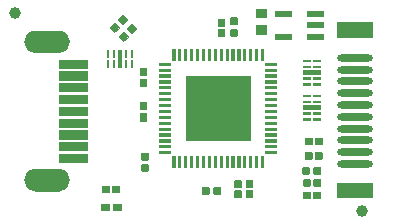
<source format=gtp>
G04 Layer: TopPasteMaskLayer*
G04 EasyEDA Pro v1.8.39, 2022-10-27 11:15:30*
G04 Gerber Generator version 0.3*
G04 Scale: 100 percent, Rotated: No, Reflected: No*
G04 Dimensions in millimeters*
G04 Leading zeros omitted, absolute positions, 3 integers and 3 decimals*
%FSLAX33Y33*%
%MOMM*%
%ADD10C,0.0254*%
%ADD11C,1.00076*%
%ADD12O,2.999999X0.599999*%
G75*


G04 PolygonModel Start*
G36*
G01X18388Y16527D02*
G01X18848Y16527D01*
G01X18888Y16487D01*
G01Y15987D01*
G01X18848Y15947D01*
G01X18388D01*
G01X18348Y15987D01*
G01Y16487D01*
G01X18388Y16527D01*
G37*
G54D10*
G01X18388Y16527D02*
G01X18848Y16527D01*
G01X18888Y16487D01*
G01Y15987D01*
G01X18848Y15947D01*
G01X18388D01*
G01X18348Y15987D01*
G01Y16487D01*
G01X18388Y16527D01*
G36*
G01X18388Y16797D02*
G01X18848Y16797D01*
G01X18888Y16837D01*
G01Y17338D01*
G01X18848Y17378D01*
G01X18388D01*
G01X18348Y17338D01*
G01Y16837D01*
G01X18388Y16797D01*
G37*
G01X18388Y16797D02*
G01X18848Y16797D01*
G01X18888Y16837D01*
G01Y17338D01*
G01X18848Y17378D01*
G01X18388D01*
G01X18348Y17338D01*
G01Y16837D01*
G01X18388Y16797D01*
G36*
G01X4897Y4650D02*
G02X4897Y2851I0J-899D01*
G01X2896D01*
G02Y4650I0J899D01*
G01X4897D01*
G37*
G01X4897Y4650D02*
G02X4897Y2851I0J-899D01*
G01X2896D01*
G02Y4650I0J899D01*
G01X4897D01*
G36*
G01X4897Y16349D02*
G02X4897Y14550I0J-899D01*
G01X2896D01*
G02Y16349I0J899D01*
G01X4897D01*
G37*
G01X4897Y16349D02*
G02X4897Y14550I0J-899D01*
G01X2896D01*
G02Y16349I0J899D01*
G01X4897D01*
G36*
G01X7247Y5950D02*
G01X7247Y5249D01*
G01X4945D01*
G01Y5950D01*
G01X7247D01*
G37*
G01X7247Y5950D02*
G01X7247Y5249D01*
G01X4945D01*
G01Y5950D01*
G01X7247D01*
G36*
G01X7247Y7949D02*
G01X7247Y7251D01*
G01X4945D01*
G01Y7949D01*
G01X7247D01*
G37*
G01X7247Y7949D02*
G01X7247Y7251D01*
G01X4945D01*
G01Y7949D01*
G01X7247D01*
G36*
G01X7247Y9951D02*
G01X7247Y9249D01*
G01X4945D01*
G01Y9951D01*
G01X7247D01*
G37*
G01X7247Y9951D02*
G01X7247Y9249D01*
G01X4945D01*
G01Y9951D01*
G01X7247D01*
G36*
G01X7247Y11950D02*
G01X7247Y11251D01*
G01X4945D01*
G01Y11950D01*
G01X7247D01*
G37*
G01X7247Y11950D02*
G01X7247Y11251D01*
G01X4945D01*
G01Y11950D01*
G01X7247D01*
G36*
G01X7247Y13951D02*
G01X7247Y13250D01*
G01X4945D01*
G01Y13951D01*
G01X7247D01*
G37*
G01X7247Y13951D02*
G01X7247Y13250D01*
G01X4945D01*
G01Y13951D01*
G01X7247D01*
G36*
G01X7247Y12950D02*
G01X7247Y12249D01*
G01X4945D01*
G01Y12950D01*
G01X7247D01*
G37*
G01X7247Y12950D02*
G01X7247Y12249D01*
G01X4945D01*
G01Y12950D01*
G01X7247D01*
G36*
G01X7247Y10949D02*
G01X7247Y10250D01*
G01X4945D01*
G01Y10949D01*
G01X7247D01*
G37*
G01X7247Y10949D02*
G01X7247Y10250D01*
G01X4945D01*
G01Y10949D01*
G01X7247D01*
G36*
G01X7247Y8950D02*
G01X7247Y8249D01*
G01X4945D01*
G01Y8950D01*
G01X7247D01*
G37*
G01X7247Y8950D02*
G01X7247Y8249D01*
G01X4945D01*
G01Y8950D01*
G01X7247D01*
G36*
G01X7247Y6951D02*
G01X7247Y6250D01*
G01X4945D01*
G01Y6951D01*
G01X7247D01*
G37*
G01X7247Y6951D02*
G01X7247Y6250D01*
G01X4945D01*
G01Y6951D01*
G01X7247D01*
G36*
G01X26154Y3761D02*
G01X26154Y3301D01*
G01X26114Y3261D01*
G01X25613D01*
G01X25573Y3301D01*
G01Y3761D01*
G01X25613Y3801D01*
G01X26114D01*
G01X26154Y3761D01*
G37*
G01X26154Y3761D02*
G01X26154Y3301D01*
G01X26114Y3261D01*
G01X25613D01*
G01X25573Y3301D01*
G01Y3761D01*
G01X25613Y3801D01*
G01X26114D01*
G01X26154Y3761D01*
G36*
G01X26424Y3761D02*
G01X26424Y3301D01*
G01X26464Y3261D01*
G01X26965D01*
G01X27005Y3301D01*
G01Y3761D01*
G01X26965Y3801D01*
G01X26464D01*
G01X26424Y3761D01*
G37*
G01X26424Y3761D02*
G01X26424Y3301D01*
G01X26464Y3261D01*
G01X26965D01*
G01X27005Y3301D01*
G01Y3761D01*
G01X26965Y3801D01*
G01X26464D01*
G01X26424Y3761D01*
G36*
G01X26154Y2719D02*
G01X26154Y2259D01*
G01X26114Y2219D01*
G01X25613D01*
G01X25573Y2259D01*
G01Y2719D01*
G01X25613Y2759D01*
G01X26114D01*
G01X26154Y2719D01*
G37*
G01X26154Y2719D02*
G01X26154Y2259D01*
G01X26114Y2219D01*
G01X25613D01*
G01X25573Y2259D01*
G01Y2719D01*
G01X25613Y2759D01*
G01X26114D01*
G01X26154Y2719D01*
G36*
G01X26424Y2719D02*
G01X26424Y2259D01*
G01X26464Y2219D01*
G01X26965D01*
G01X27005Y2259D01*
G01Y2719D01*
G01X26965Y2759D01*
G01X26464D01*
G01X26424Y2719D01*
G37*
G01X26424Y2719D02*
G01X26424Y2259D01*
G01X26464Y2219D01*
G01X26965D01*
G01X27005Y2259D01*
G01Y2719D01*
G01X26965Y2759D01*
G01X26464D01*
G01X26424Y2719D01*
G36*
G01X26576Y5587D02*
G01X26576Y6047D01*
G01X26616Y6087D01*
G01X27117D01*
G01X27157Y6047D01*
G01Y5587D01*
G01X27117Y5547D01*
G01X26616D01*
G01X26576Y5587D01*
G37*
G01X26576Y5587D02*
G01X26576Y6047D01*
G01X26616Y6087D01*
G01X27117D01*
G01X27157Y6047D01*
G01Y5587D01*
G01X27117Y5547D01*
G01X26616D01*
G01X26576Y5587D01*
G36*
G01X26306Y5587D02*
G01X26306Y6047D01*
G01X26266Y6087D01*
G01X25766D01*
G01X25726Y6047D01*
G01Y5587D01*
G01X25766Y5547D01*
G01X26266D01*
G01X26306Y5587D01*
G37*
G01X26306Y5587D02*
G01X26306Y6047D01*
G01X26266Y6087D01*
G01X25766D01*
G01X25726Y6047D01*
G01Y5587D01*
G01X25766Y5547D01*
G01X26266D01*
G01X26306Y5587D01*
G36*
G01X26576Y6806D02*
G01X26576Y7266D01*
G01X26616Y7306D01*
G01X27117D01*
G01X27157Y7266D01*
G01Y6806D01*
G01X27117Y6766D01*
G01X26616D01*
G01X26576Y6806D01*
G37*
G01X26576Y6806D02*
G01X26576Y7266D01*
G01X26616Y7306D01*
G01X27117D01*
G01X27157Y7266D01*
G01Y6806D01*
G01X27117Y6766D01*
G01X26616D01*
G01X26576Y6806D01*
G36*
G01X26306Y6806D02*
G01X26306Y7266D01*
G01X26266Y7306D01*
G01X25766D01*
G01X25726Y7266D01*
G01Y6806D01*
G01X25766Y6766D01*
G01X26266D01*
G01X26306Y6806D01*
G37*
G01X26306Y6806D02*
G01X26306Y7266D01*
G01X26266Y7306D01*
G01X25766D01*
G01X25726Y7266D01*
G01Y6806D01*
G01X25766Y6766D01*
G01X26266D01*
G01X26306Y6806D01*
G36*
G01X26084Y4772D02*
G01X26084Y4322D01*
G01X26014Y4272D01*
G01X25534D01*
G01X25484Y4322D01*
G01Y4772D01*
G01X25534Y4822D01*
G01X26014D01*
G01X26084Y4772D01*
G37*
G01X26084Y4772D02*
G01X26084Y4322D01*
G01X26014Y4272D01*
G01X25534D01*
G01X25484Y4322D01*
G01Y4772D01*
G01X25534Y4822D01*
G01X26014D01*
G01X26084Y4772D01*
G36*
G01X27044Y4772D02*
G01X27044Y4322D01*
G01X26994Y4272D01*
G01X26514D01*
G01X26444Y4322D01*
G01Y4772D01*
G01X26514Y4822D01*
G01X26994D01*
G01X27044Y4772D01*
G37*
G01X27044Y4772D02*
G01X27044Y4322D01*
G01X26994Y4272D01*
G01X26514D01*
G01X26444Y4322D01*
G01Y4772D01*
G01X26514Y4822D01*
G01X26994D01*
G01X27044Y4772D01*
G36*
G01X10403Y16258D02*
G01X10721Y15940D01*
G01X10707Y15855D01*
G01X10367Y15516D01*
G01X10296D01*
G01X9978Y15834D01*
G01Y15904D01*
G01X10318Y16244D01*
G01X10403Y16258D01*
G37*
G01X10403Y16258D02*
G01X10721Y15940D01*
G01X10707Y15855D01*
G01X10367Y15516D01*
G01X10296D01*
G01X9978Y15834D01*
G01Y15904D01*
G01X10318Y16244D01*
G01X10403Y16258D01*
G36*
G01X11081Y16937D02*
G01X11400Y16619D01*
G01Y16548D01*
G01X11060Y16208D01*
G01X10975Y16194D01*
G01X10657Y16513D01*
G01X10671Y16597D01*
G01X11011Y16937D01*
G01X11081D01*
G37*
G01X11081Y16937D02*
G01X11400Y16619D01*
G01Y16548D01*
G01X11060Y16208D01*
G01X10975Y16194D01*
G01X10657Y16513D01*
G01X10671Y16597D01*
G01X11011Y16937D01*
G01X11081D01*
G36*
G01X9641Y17020D02*
G01X9959Y16702D01*
G01X9945Y16617D01*
G01X9605Y16278D01*
G01X9534D01*
G01X9216Y16596D01*
G01Y16666D01*
G01X9556Y17006D01*
G01X9641Y17020D01*
G37*
G01X9641Y17020D02*
G01X9959Y16702D01*
G01X9945Y16617D01*
G01X9605Y16278D01*
G01X9534D01*
G01X9216Y16596D01*
G01Y16666D01*
G01X9556Y17006D01*
G01X9641Y17020D01*
G36*
G01X10319Y17699D02*
G01X10638Y17381D01*
G01Y17310D01*
G01X10298Y16970D01*
G01X10213Y16956D01*
G01X9895Y17275D01*
G01X9909Y17359D01*
G01X10249Y17699D01*
G01X10319D01*
G37*
G01X10319Y17699D02*
G01X10638Y17381D01*
G01Y17310D01*
G01X10298Y16970D01*
G01X10213Y16956D01*
G01X9895Y17275D01*
G01X9909Y17359D01*
G01X10249Y17699D01*
G01X10319D01*
G36*
G01X17600Y3095D02*
G01X17600Y2645D01*
G01X17530Y2595D01*
G01X17050D01*
G01X17000Y2645D01*
G01Y3095D01*
G01X17050Y3145D01*
G01X17530D01*
G01X17600Y3095D01*
G37*
G01X17600Y3095D02*
G01X17600Y2645D01*
G01X17530Y2595D01*
G01X17050D01*
G01X17000Y2645D01*
G01Y3095D01*
G01X17050Y3145D01*
G01X17530D01*
G01X17600Y3095D01*
G36*
G01X18560Y3095D02*
G01X18560Y2645D01*
G01X18510Y2595D01*
G01X18030D01*
G01X17960Y2645D01*
G01Y3095D01*
G01X18030Y3145D01*
G01X18510D01*
G01X18560Y3095D01*
G37*
G01X18560Y3095D02*
G01X18560Y2645D01*
G01X18510Y2595D01*
G01X18030D01*
G01X17960Y2645D01*
G01Y3095D01*
G01X18030Y3145D01*
G01X18510D01*
G01X18560Y3095D01*
G36*
G01X19910Y16919D02*
G01X19460Y16919D01*
G01X19410Y16989D01*
G01Y17469D01*
G01X19460Y17519D01*
G01X19910D01*
G01X19960Y17469D01*
G01Y16989D01*
G01X19910Y16919D01*
G37*
G01X19910Y16919D02*
G01X19460Y16919D01*
G01X19410Y16989D01*
G01Y17469D01*
G01X19460Y17519D01*
G01X19910D01*
G01X19960Y17469D01*
G01Y16989D01*
G01X19910Y16919D01*
G36*
G01X19910Y15959D02*
G01X19460Y15959D01*
G01X19410Y16009D01*
G01Y16489D01*
G01X19460Y16559D01*
G01X19910D01*
G01X19960Y16489D01*
G01Y16009D01*
G01X19910Y15959D01*
G37*
G01X19910Y15959D02*
G01X19460Y15959D01*
G01X19410Y16009D01*
G01Y16489D01*
G01X19460Y16559D01*
G01X19910D01*
G01X19960Y16489D01*
G01Y16009D01*
G01X19910Y15959D01*
G36*
G01X11916Y5117D02*
G01X12366Y5117D01*
G01X12416Y5047D01*
G01Y4567D01*
G01X12366Y4517D01*
G01X11916D01*
G01X11866Y4567D01*
G01Y5047D01*
G01X11916Y5117D01*
G37*
G01X11916Y5117D02*
G01X12366Y5117D01*
G01X12416Y5047D01*
G01Y4567D01*
G01X12366Y4517D01*
G01X11916D01*
G01X11866Y4567D01*
G01Y5047D01*
G01X11916Y5117D01*
G36*
G01X11916Y6077D02*
G01X12366Y6077D01*
G01X12416Y6027D01*
G01Y5547D01*
G01X12366Y5477D01*
G01X11916D01*
G01X11866Y5547D01*
G01Y6027D01*
G01X11916Y6077D01*
G37*
G01X11916Y6077D02*
G01X12366Y6077D01*
G01X12416Y6027D01*
G01Y5547D01*
G01X12366Y5477D01*
G01X11916D01*
G01X11866Y5547D01*
G01Y6027D01*
G01X11916Y6077D01*
G36*
G01X9124Y1679D02*
G01X9124Y1217D01*
G01X9083Y1179D01*
G01X8506D01*
G01X8466Y1217D01*
G01Y1679D01*
G01X8506Y1717D01*
G01X9083D01*
G01X9124Y1679D01*
G37*
G01X9124Y1679D02*
G01X9124Y1217D01*
G01X9083Y1179D01*
G01X8506D01*
G01X8466Y1217D01*
G01Y1679D01*
G01X8506Y1717D01*
G01X9083D01*
G01X9124Y1679D01*
G36*
G01X9520Y1679D02*
G01X9520Y1217D01*
G01X9561Y1179D01*
G01X10137D01*
G01X10178Y1217D01*
G01Y1679D01*
G01X10137Y1717D01*
G01X9561D01*
G01X9520Y1679D01*
G37*
G01X9520Y1679D02*
G01X9520Y1217D01*
G01X9561Y1179D01*
G01X10137D01*
G01X10178Y1217D01*
G01Y1679D01*
G01X10137Y1717D01*
G01X9561D01*
G01X9520Y1679D01*
G36*
G01X9161Y3227D02*
G01X9161Y2767D01*
G01X9121Y2727D01*
G01X8621D01*
G01X8581Y2767D01*
G01Y3227D01*
G01X8621Y3267D01*
G01X9121D01*
G01X9161Y3227D01*
G37*
G01X9161Y3227D02*
G01X9161Y2767D01*
G01X9121Y2727D01*
G01X8621D01*
G01X8581Y2767D01*
G01Y3227D01*
G01X8621Y3267D01*
G01X9121D01*
G01X9161Y3227D01*
G36*
G01X9431Y3227D02*
G01X9431Y2767D01*
G01X9471Y2727D01*
G01X9972D01*
G01X10012Y2767D01*
G01Y3227D01*
G01X9972Y3267D01*
G01X9471D01*
G01X9431Y3227D01*
G37*
G01X9431Y3227D02*
G01X9431Y2767D01*
G01X9471Y2727D01*
G01X9972D01*
G01X10012Y2767D01*
G01Y3227D01*
G01X9972Y3267D01*
G01X9471D01*
G01X9431Y3227D01*
G36*
G01X20245Y3158D02*
G01X19785Y3158D01*
G01X19745Y3198D01*
G01Y3698D01*
G01X19785Y3738D01*
G01X20245D01*
G01X20285Y3698D01*
G01Y3198D01*
G01X20245Y3158D01*
G37*
G01X20245Y3158D02*
G01X19785Y3158D01*
G01X19745Y3198D01*
G01Y3698D01*
G01X19785Y3738D01*
G01X20245D01*
G01X20285Y3698D01*
G01Y3198D01*
G01X20245Y3158D01*
G36*
G01X20245Y2888D02*
G01X19785Y2888D01*
G01X19745Y2848D01*
G01Y2347D01*
G01X19785Y2307D01*
G01X20245D01*
G01X20285Y2347D01*
G01Y2848D01*
G01X20245Y2888D01*
G37*
G01X20245Y2888D02*
G01X19785Y2888D01*
G01X19745Y2848D01*
G01Y2347D01*
G01X19785Y2307D01*
G01X20245D01*
G01X20285Y2347D01*
G01Y2848D01*
G01X20245Y2888D01*
G36*
G01X20776Y2888D02*
G01X21236Y2888D01*
G01X21276Y2848D01*
G01Y2347D01*
G01X21236Y2307D01*
G01X20776D01*
G01X20736Y2347D01*
G01Y2848D01*
G01X20776Y2888D01*
G37*
G01X20776Y2888D02*
G01X21236Y2888D01*
G01X21276Y2848D01*
G01Y2347D01*
G01X21236Y2307D01*
G01X20776D01*
G01X20736Y2347D01*
G01Y2848D01*
G01X20776Y2888D01*
G36*
G01X20776Y3158D02*
G01X21236Y3158D01*
G01X21276Y3198D01*
G01Y3698D01*
G01X21236Y3738D01*
G01X20776D01*
G01X20736Y3698D01*
G01Y3198D01*
G01X20776Y3158D01*
G37*
G01X20776Y3158D02*
G01X21236Y3158D01*
G01X21276Y3198D01*
G01Y3698D01*
G01X21236Y3738D01*
G01X20776D01*
G01X20736Y3698D01*
G01Y3198D01*
G01X20776Y3158D01*
G36*
G01X11789Y9384D02*
G01X12239Y9384D01*
G01X12289Y9314D01*
G01Y8834D01*
G01X12239Y8784D01*
G01X11789D01*
G01X11739Y8834D01*
G01Y9314D01*
G01X11789Y9384D01*
G37*
G01X11789Y9384D02*
G01X12239Y9384D01*
G01X12289Y9314D01*
G01Y8834D01*
G01X12239Y8784D01*
G01X11789D01*
G01X11739Y8834D01*
G01Y9314D01*
G01X11789Y9384D01*
G36*
G01X11789Y10344D02*
G01X12239Y10344D01*
G01X12289Y10294D01*
G01Y9814D01*
G01X12239Y9744D01*
G01X11789D01*
G01X11739Y9814D01*
G01Y10294D01*
G01X11789Y10344D01*
G37*
G01X11789Y10344D02*
G01X12239Y10344D01*
G01X12289Y10294D01*
G01Y9814D01*
G01X12239Y9744D01*
G01X11789D01*
G01X11739Y9814D01*
G01Y10294D01*
G01X11789Y10344D01*
G36*
G01X12239Y12663D02*
G01X11789Y12663D01*
G01X11739Y12733D01*
G01Y13213D01*
G01X11789Y13263D01*
G01X12239D01*
G01X12289Y13213D01*
G01Y12733D01*
G01X12239Y12663D01*
G37*
G01X12239Y12663D02*
G01X11789Y12663D01*
G01X11739Y12733D01*
G01Y13213D01*
G01X11789Y13263D01*
G01X12239D01*
G01X12289Y13213D01*
G01Y12733D01*
G01X12239Y12663D01*
G36*
G01X12239Y11703D02*
G01X11789Y11703D01*
G01X11739Y11753D01*
G01Y12233D01*
G01X11789Y12303D01*
G01X12239D01*
G01X12289Y12233D01*
G01Y11753D01*
G01X12239Y11703D01*
G37*
G01X12239Y11703D02*
G01X11789Y11703D01*
G01X11739Y11753D01*
G01Y12233D01*
G01X11789Y12303D01*
G01X12239D01*
G01X12289Y12233D01*
G01Y11753D01*
G01X12239Y11703D01*
G04 PolygonModel End*

G04 Pad Start*
G36*
G01X22005Y14804D02*
G01X22005Y13804D01*
G01X22275D01*
G01Y14804D01*
G01X22005D01*
G37*
G36*
G01X21505Y14804D02*
G01X21505Y13804D01*
G01X21775D01*
G01Y14804D01*
G01X21505D01*
G37*
G36*
G01X21005Y14804D02*
G01X21005Y13804D01*
G01X21275D01*
G01Y14804D01*
G01X21005D01*
G37*
G36*
G01X20505Y14804D02*
G01X20505Y13804D01*
G01X20775D01*
G01Y14804D01*
G01X20505D01*
G37*
G36*
G01X20005Y14804D02*
G01X20005Y13804D01*
G01X20275D01*
G01Y14804D01*
G01X20005D01*
G37*
G36*
G01X19505Y14804D02*
G01X19505Y13804D01*
G01X19775D01*
G01Y14804D01*
G01X19505D01*
G37*
G36*
G01X19005Y14804D02*
G01X19005Y13804D01*
G01X19275D01*
G01Y14804D01*
G01X19005D01*
G37*
G36*
G01X18505Y14804D02*
G01X18505Y13804D01*
G01X18775D01*
G01Y14804D01*
G01X18505D01*
G37*
G36*
G01X18005Y14804D02*
G01X18005Y13804D01*
G01X18275D01*
G01Y14804D01*
G01X18005D01*
G37*
G36*
G01X17505Y14804D02*
G01X17505Y13804D01*
G01X17775D01*
G01Y14804D01*
G01X17505D01*
G37*
G36*
G01X17005Y14804D02*
G01X17005Y13804D01*
G01X17275D01*
G01Y14804D01*
G01X17005D01*
G37*
G36*
G01X16505Y14804D02*
G01X16505Y13804D01*
G01X16775D01*
G01Y14804D01*
G01X16505D01*
G37*
G36*
G01X16005Y14804D02*
G01X16005Y13804D01*
G01X16275D01*
G01Y14804D01*
G01X16005D01*
G37*
G36*
G01X15505Y14804D02*
G01X15505Y13804D01*
G01X15775D01*
G01Y14804D01*
G01X15505D01*
G37*
G36*
G01X15005Y14804D02*
G01X15005Y13804D01*
G01X15275D01*
G01Y14804D01*
G01X15005D01*
G37*
G36*
G01X14505Y14804D02*
G01X14505Y13804D01*
G01X14775D01*
G01Y14804D01*
G01X14505D01*
G37*
G36*
G01X22390Y13419D02*
G01X23390Y13419D01*
G01Y13689D01*
G01X22390D01*
G01Y13419D01*
G37*
G36*
G01X22390Y12919D02*
G01X23390Y12919D01*
G01Y13189D01*
G01X22390D01*
G01Y12919D01*
G37*
G36*
G01X22390Y12419D02*
G01X23390Y12419D01*
G01Y12689D01*
G01X22390D01*
G01Y12419D01*
G37*
G36*
G01X22390Y11919D02*
G01X23390Y11919D01*
G01Y12189D01*
G01X22390D01*
G01Y11919D01*
G37*
G36*
G01X22390Y11419D02*
G01X23390Y11419D01*
G01Y11689D01*
G01X22390D01*
G01Y11419D01*
G37*
G36*
G01X22390Y10919D02*
G01X23390Y10919D01*
G01Y11189D01*
G01X22390D01*
G01Y10919D01*
G37*
G36*
G01X22390Y10419D02*
G01X23390Y10419D01*
G01Y10689D01*
G01X22390D01*
G01Y10419D01*
G37*
G36*
G01X22390Y9919D02*
G01X23390Y9919D01*
G01Y10189D01*
G01X22390D01*
G01Y9919D01*
G37*
G36*
G01X22390Y9419D02*
G01X23390Y9419D01*
G01Y9689D01*
G01X22390D01*
G01Y9419D01*
G37*
G36*
G01X22390Y8919D02*
G01X23390Y8919D01*
G01Y9189D01*
G01X22390D01*
G01Y8919D01*
G37*
G36*
G01X22390Y8419D02*
G01X23390Y8419D01*
G01Y8689D01*
G01X22390D01*
G01Y8419D01*
G37*
G36*
G01X22390Y7919D02*
G01X23390Y7919D01*
G01Y8189D01*
G01X22390D01*
G01Y7919D01*
G37*
G36*
G01X22390Y7419D02*
G01X23390Y7419D01*
G01Y7689D01*
G01X22390D01*
G01Y7419D01*
G37*
G36*
G01X22390Y6919D02*
G01X23390Y6919D01*
G01Y7189D01*
G01X22390D01*
G01Y6919D01*
G37*
G36*
G01X22390Y6419D02*
G01X23390Y6419D01*
G01Y6689D01*
G01X22390D01*
G01Y6419D01*
G37*
G36*
G01X22390Y5919D02*
G01X23390Y5919D01*
G01Y6189D01*
G01X22390D01*
G01Y5919D01*
G37*
G36*
G01X13390Y13419D02*
G01X14390Y13419D01*
G01Y13689D01*
G01X13390D01*
G01Y13419D01*
G37*
G36*
G01X13390Y12919D02*
G01X14390Y12919D01*
G01Y13189D01*
G01X13390D01*
G01Y12919D01*
G37*
G36*
G01X13390Y12419D02*
G01X14390Y12419D01*
G01Y12689D01*
G01X13390D01*
G01Y12419D01*
G37*
G36*
G01X13390Y11919D02*
G01X14390Y11919D01*
G01Y12189D01*
G01X13390D01*
G01Y11919D01*
G37*
G36*
G01X13390Y11419D02*
G01X14390Y11419D01*
G01Y11689D01*
G01X13390D01*
G01Y11419D01*
G37*
G36*
G01X13390Y10919D02*
G01X14390Y10919D01*
G01Y11189D01*
G01X13390D01*
G01Y10919D01*
G37*
G36*
G01X13390Y10419D02*
G01X14390Y10419D01*
G01Y10689D01*
G01X13390D01*
G01Y10419D01*
G37*
G36*
G01X13390Y9919D02*
G01X14390Y9919D01*
G01Y10189D01*
G01X13390D01*
G01Y9919D01*
G37*
G36*
G01X13390Y5919D02*
G01X14390Y5919D01*
G01Y6189D01*
G01X13390D01*
G01Y5919D01*
G37*
G36*
G01X13390Y6419D02*
G01X14390Y6419D01*
G01Y6689D01*
G01X13390D01*
G01Y6419D01*
G37*
G36*
G01X13390Y6919D02*
G01X14390Y6919D01*
G01Y7189D01*
G01X13390D01*
G01Y6919D01*
G37*
G36*
G01X13390Y7419D02*
G01X14390Y7419D01*
G01Y7689D01*
G01X13390D01*
G01Y7419D01*
G37*
G36*
G01X13390Y7919D02*
G01X14390Y7919D01*
G01Y8189D01*
G01X13390D01*
G01Y7919D01*
G37*
G36*
G01X13390Y8419D02*
G01X14390Y8419D01*
G01Y8689D01*
G01X13390D01*
G01Y8419D01*
G37*
G36*
G01X13390Y8919D02*
G01X14390Y8919D01*
G01Y9189D01*
G01X13390D01*
G01Y8919D01*
G37*
G36*
G01X13390Y9419D02*
G01X14390Y9419D01*
G01Y9689D01*
G01X13390D01*
G01Y9419D01*
G37*
G36*
G01X22005Y5804D02*
G01X22005Y4804D01*
G01X22275D01*
G01Y5804D01*
G01X22005D01*
G37*
G36*
G01X21505Y5804D02*
G01X21505Y4804D01*
G01X21775D01*
G01Y5804D01*
G01X21505D01*
G37*
G36*
G01X21005Y5804D02*
G01X21005Y4804D01*
G01X21275D01*
G01Y5804D01*
G01X21005D01*
G37*
G36*
G01X20505Y5804D02*
G01X20505Y4804D01*
G01X20775D01*
G01Y5804D01*
G01X20505D01*
G37*
G36*
G01X20005Y5804D02*
G01X20005Y4804D01*
G01X20275D01*
G01Y5804D01*
G01X20005D01*
G37*
G36*
G01X19505Y5804D02*
G01X19505Y4804D01*
G01X19775D01*
G01Y5804D01*
G01X19505D01*
G37*
G36*
G01X19005Y5804D02*
G01X19005Y4804D01*
G01X19275D01*
G01Y5804D01*
G01X19005D01*
G37*
G36*
G01X18505Y5804D02*
G01X18505Y4804D01*
G01X18775D01*
G01Y5804D01*
G01X18505D01*
G37*
G36*
G01X18005Y5804D02*
G01X18005Y4804D01*
G01X18275D01*
G01Y5804D01*
G01X18005D01*
G37*
G36*
G01X17505Y5804D02*
G01X17505Y4804D01*
G01X17775D01*
G01Y5804D01*
G01X17505D01*
G37*
G36*
G01X17005Y5804D02*
G01X17005Y4804D01*
G01X17275D01*
G01Y5804D01*
G01X17005D01*
G37*
G36*
G01X16505Y5804D02*
G01X16505Y4804D01*
G01X16775D01*
G01Y5804D01*
G01X16505D01*
G37*
G36*
G01X16005Y5804D02*
G01X16005Y4804D01*
G01X16275D01*
G01Y5804D01*
G01X16005D01*
G37*
G36*
G01X15505Y5804D02*
G01X15505Y4804D01*
G01X15775D01*
G01Y5804D01*
G01X15505D01*
G37*
G36*
G01X15005Y5804D02*
G01X15005Y4804D01*
G01X15275D01*
G01Y5804D01*
G01X15005D01*
G37*
G36*
G01X14505Y5804D02*
G01X14505Y4804D01*
G01X14775D01*
G01Y5804D01*
G01X14505D01*
G37*
G36*
G01X15640Y7054D02*
G01X21140Y7054D01*
G01Y12554D01*
G01X15640D01*
G01Y7054D01*
G37*
G36*
G01X26245Y13943D02*
G01X25571Y13943D01*
G01Y13743D01*
G01X26245D01*
G01Y13943D01*
G37*
G36*
G01X26245Y13443D02*
G01X25571Y13443D01*
G01Y13243D01*
G01X26245D01*
G01Y13443D01*
G37*
G36*
G01X27120Y13043D02*
G01X25571Y13043D01*
G01Y12643D01*
G01X27120D01*
G01Y13043D01*
G37*
G36*
G01X26245Y12443D02*
G01X25571Y12443D01*
G01Y12243D01*
G01X26245D01*
G01Y12443D01*
G37*
G36*
G01X26245Y11943D02*
G01X25571Y11943D01*
G01Y11743D01*
G01X26245D01*
G01Y11943D01*
G37*
G36*
G01X27120Y11943D02*
G01X26445Y11943D01*
G01Y11743D01*
G01X27120D01*
G01Y11943D01*
G37*
G36*
G01X27120Y12443D02*
G01X26445Y12443D01*
G01Y12243D01*
G01X27120D01*
G01Y12443D01*
G37*
G36*
G01X27120Y13443D02*
G01X26445Y13443D01*
G01Y13243D01*
G01X27120D01*
G01Y13443D01*
G37*
G36*
G01X27120Y13943D02*
G01X26445Y13943D01*
G01Y13743D01*
G01X27120D01*
G01Y13943D01*
G37*
G36*
G01X26240Y10981D02*
G01X25565Y10981D01*
G01Y10781D01*
G01X26240D01*
G01Y10981D01*
G37*
G36*
G01X26240Y10481D02*
G01X25565Y10481D01*
G01Y10281D01*
G01X26240D01*
G01Y10481D01*
G37*
G36*
G01X27115Y10081D02*
G01X25565Y10081D01*
G01Y9681D01*
G01X27115D01*
G01Y10081D01*
G37*
G36*
G01X26240Y9481D02*
G01X25565Y9481D01*
G01Y9281D01*
G01X26240D01*
G01Y9481D01*
G37*
G36*
G01X26240Y8981D02*
G01X25565Y8981D01*
G01Y8781D01*
G01X26240D01*
G01Y8981D01*
G37*
G36*
G01X27115Y8981D02*
G01X26440Y8981D01*
G01Y8781D01*
G01X27115D01*
G01Y8981D01*
G37*
G36*
G01X27115Y9481D02*
G01X26440Y9481D01*
G01Y9281D01*
G01X27115D01*
G01Y9481D01*
G37*
G36*
G01X27115Y10481D02*
G01X26440Y10481D01*
G01Y10281D01*
G01X27115D01*
G01Y10481D01*
G37*
G36*
G01X27115Y10981D02*
G01X26440Y10981D01*
G01Y10781D01*
G01X27115D01*
G01Y10981D01*
G37*
G36*
G01X8968Y13901D02*
G01X8968Y13226D01*
G01X9168D01*
G01Y13901D01*
G01X8968D01*
G37*
G36*
G01X9468Y13901D02*
G01X9468Y13226D01*
G01X9668D01*
G01Y13901D01*
G01X9468D01*
G37*
G36*
G01X9868Y14776D02*
G01X9868Y13226D01*
G01X10268D01*
G01Y14776D01*
G01X9868D01*
G37*
G36*
G01X10468Y13901D02*
G01X10468Y13226D01*
G01X10668D01*
G01Y13901D01*
G01X10468D01*
G37*
G36*
G01X10968Y13901D02*
G01X10968Y13226D01*
G01X11168D01*
G01Y13901D01*
G01X10968D01*
G37*
G36*
G01X10968Y14776D02*
G01X10968Y14101D01*
G01X11168D01*
G01Y14776D01*
G01X10968D01*
G37*
G36*
G01X10468Y14776D02*
G01X10468Y14101D01*
G01X10668D01*
G01Y14776D01*
G01X10468D01*
G37*
G36*
G01X9468Y14776D02*
G01X9468Y14101D01*
G01X9668D01*
G01Y14776D01*
G01X9468D01*
G37*
G36*
G01X8968Y14776D02*
G01X8968Y14101D01*
G01X9168D01*
G01Y14776D01*
G01X8968D01*
G37*
G36*
G01X25873Y15640D02*
G01X27373Y15640D01*
G01Y16140D01*
G01X25873D01*
G01Y15640D01*
G37*
G36*
G01X25873Y16590D02*
G01X27373Y16590D01*
G01Y17090D01*
G01X25873D01*
G01Y16590D01*
G37*
G36*
G01X25873Y17540D02*
G01X27373Y17540D01*
G01Y18040D01*
G01X25873D01*
G01Y17540D01*
G37*
G36*
G01X23173Y17540D02*
G01X24673Y17540D01*
G01Y18040D01*
G01X23173D01*
G01Y17540D01*
G37*
G36*
G01X23173Y15640D02*
G01X24673Y15640D01*
G01Y16140D01*
G01X23173D01*
G01Y15640D01*
G37*
G54D11*
G01X30556Y1143D03*
G01X1219Y17932D03*
G54D12*
G01X30000Y5100D03*
G01X30000Y6100D03*
G01X30000Y7100D03*
G01X30000Y8100D03*
G01X30000Y9100D03*
G01X30000Y10100D03*
G01X30000Y11100D03*
G01X30000Y12100D03*
G01X30000Y13100D03*
G01X30000Y14100D03*
G36*
G01X28476Y2199D02*
G01X31476Y2199D01*
G01Y3499D01*
G01X28476D01*
G01Y2199D01*
G37*
G36*
G01X28463Y15800D02*
G01X31463Y15800D01*
G01Y17100D01*
G01X28463D01*
G01Y15800D01*
G37*
G36*
G01X21623Y17445D02*
G01X22523Y17445D01*
G01Y18245D01*
G01X21623D01*
G01Y17445D01*
G37*
G36*
G01X21623Y16045D02*
G01X22523Y16045D01*
G01Y16845D01*
G01X21623D01*
G01Y16045D01*
G37*
G04 Pad End*

M02*

</source>
